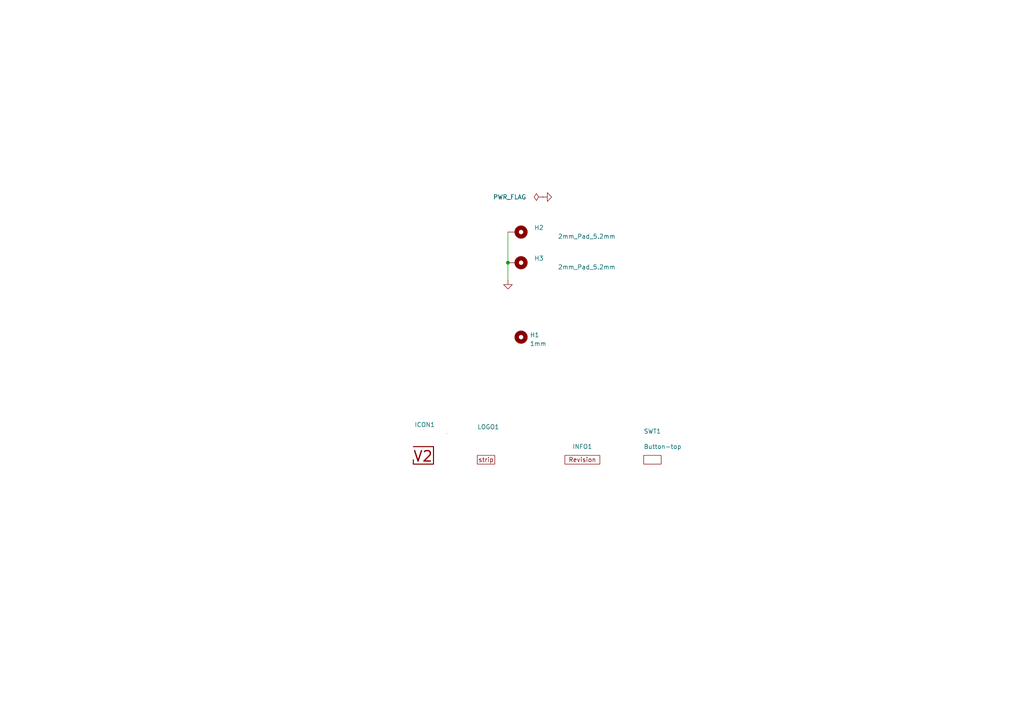
<source format=kicad_sch>
(kicad_sch (version 20250114) (generator "eeschema") (generator_version "9.0")
  (paper "A4")
  (title_block (title "V2 strip") (date "2026-02-13") (rev "2026-02-13") (company "Versio Duo") (comment 1 "cover"))
  (lib_symbols
    (symbol "V2_Artwork:Board_strip" (in_bom no)
      (property "Reference" "ICON" (at 0 2.54 0))
      (symbol "Board_strip_0_0"
        (rectangle (start -11.43 7.62) (end -11.43 7.62))
        (rectangle (start 2.54 -1.27) (end -2.54 1.27))
        (text "strip" (at 0 0 0) (effects (font (size 1.27 1.27))))
      )
    )
    (symbol "V2_Artwork:V2-logo" (in_bom no)
      (property "Reference" "ICON" (at -3.302 3.81 0))
      (symbol "V2-logo_1_0"
        (polyline (pts (xy -3.302 2.54) (xy 2.54 2.54) (xy 2.54 -2.54) (xy -3.302 -2.54) (xy -3.302 -1.27)) (stroke (width 0.3)))
      )
      (symbol "V2-logo_1_1"
        (text "V2" (at -0.508 -0.254 0) (effects (font (size 3 3) (thickness 0.375))))
      )
    )
    (symbol "V2_Mechanical:MountingHole_1mm" (pin_names (offset 1.016)) (in_bom no)
      (property "Reference" "H" (at 0 5.08 0))
      (property "Value" "1mm" (at 0 3.175 0))
      (symbol "MountingHole_1mm_0_1"
        (circle (center 0 0) (radius 1.27) (stroke (width 1.27)))
      )
    )
    (symbol "V2_Mechanical:MountingHole_2mm_Pad_5.2mm" (pin_numbers (hide yes)) (pin_names (offset 1.016) (hide yes)) (in_bom no)
      (property "Reference" "H" (at 0 6.35 0))
      (property "Value" "2mm_Pad_5.2mm" (at 0 4.445 0))
      (symbol "MountingHole_2mm_Pad_5.2mm_0_1"
        (circle (center 0 1.27) (radius 1.27) (stroke (width 1.27)))
      )
      (symbol "MountingHole_2mm_Pad_5.2mm_1_1"
        (pin input line (at 0 -2.54 90) (length 2.54) (name "1") (number "1"))
      )
    )
    (symbol "V2_PCB_Devices:Button-top" (in_bom no)
      (property "Reference" "SWT1" (at 3.81 1.2701 0))
      (property "Value" "Button-top" (at 3.81 -1.2699 0))
      (symbol "Button-top_0_1"
        (rectangle (start -2.54 1.27) (end 2.54 -1.27))
      )
    )
    (symbol "V2_Production:Revision" (in_bom no)
      (property "Reference" "INFO" (at 0 2.54 0))
      (symbol "Revision_0_1"
        (rectangle (start -5.08 1.27) (end 5.08 -1.27))
      )
      (symbol "Revision_1_1"
        (text "Revision" (at 0 0 0) (effects (font (size 1.27 1.27))))
      )
    )
    (symbol "V2_power:GND" (power) (pin_numbers (hide yes)) (pin_names (offset 0) (hide yes))
      (symbol "GND_0_1"
        (polyline (pts (xy 0 0) (xy 0 -1.27) (xy 1.27 -1.27) (xy 0 -2.54) (xy -1.27 -1.27) (xy 0 -1.27)))
      )
      (symbol "GND_1_1"
        (pin power_in line (at 0 0 270) (length 0) (name "~") (number "1"))
      )
    )
    (symbol "V2_power:PWR_FLAG" (power) (pin_numbers (hide yes)) (pin_names (offset 0) (hide yes))
      (property "Value" "PWR_FLAG" (at -8.89 0 0))
      (symbol "PWR_FLAG_0_0"
        (pin power_out line (at 0 0 180) (length 0) (name "~") (number "1"))
      )
      (symbol "PWR_FLAG_0_1"
        (polyline (pts (xy 0 0) (xy -1.27 0) (xy -1.905 -1.016) (xy -2.54 0) (xy -1.905 1.016) (xy -1.27 0)))
      )
    )
  )
  (junction (at 147.32 76.2))
  (wire (pts (xy 147.32 76.2) (xy 147.32 81.28)))
  (wire (pts (xy 147.32 67.31) (xy 147.32 76.2)))
  (symbol (lib_id "V2_Artwork:Board_strip") (at 140.97 133.35 0) (unit 1) (exclude_from_sim yes) (in_bom no)
    (property "Reference" "LOGO1" (at 138.43 123.8249 0) (effects (justify left)))
    (property "Value" "Board_strip" (effects (hide yes)))
    (property "Footprint" "V2_Artwork:Board_strip_Small" (effects (hide yes)))
  )
  (symbol (lib_id "V2_power:GND") (at 147.32 81.28 0) (unit 1)
    (property "Reference" "#PWR0101" (effects (hide yes)))
    (property "Value" "GND" (effects (hide yes)))
  )
  (symbol (lib_id "V2_Production:Revision") (at 168.91 133.35 0) (unit 1) (in_bom no)
    (property "Reference" "INFO1" (at 168.91 129.54 0))
    (property "Footprint" "V2_Production:Revision" (effects (hide yes)))
  )
  (symbol (lib_id "V2_PCB_Devices:Button-top") (at 189.23 133.35 0) (unit 1) (exclude_from_sim yes) (in_bom no)
    (property "Reference" "SWT1" (at 186.69 125.0949 0) (effects (justify left)))
    (property "Value" "Button-top" (at 186.69 129.5399 0) (effects (justify left)))
    (property "Footprint" "V2_PCB_Devices:PCB_Button-top" (effects (hide yes)))
  )
  (symbol (lib_id "V2_Mechanical:MountingHole_2mm_Pad_5.2mm") (at 149.86 67.31 270) (unit 1) (in_bom no)
    (property "Reference" "H2" (at 154.94 66.04 90) (effects (justify left)))
    (property "Value" "2mm_Pad_5.2mm" (at 170.18 68.58 90))
    (property "Footprint" "V2_Mechanical:MountingHole_2mm_Pad_5.2mm" (effects (hide yes)))
    (property "Description" "Mounting Hole with connection" (effects (hide yes)))
  )
  (symbol (lib_id "V2_power:GND") (at 157.48 57.15 90) (unit 1)
    (property "Reference" "#PWR0102" (effects (hide yes)))
    (property "Value" "GND" (effects (hide yes)))
  )
  (symbol (lib_id "V2_power:PWR_FLAG") (at 157.48 57.15 0) (unit 1)
    (property "Reference" "#FLG0101" (effects (hide yes)))
    (property "Value" "PWR_FLAG" (at 147.828 57.15 0))
    (property "Description" "Special symbol for telling ERC where power comes from" (effects (hide yes)))
  )
  (symbol (lib_id "V2_Mechanical:MountingHole_1mm") (at 151.13 97.79 0) (unit 1) (in_bom no)
    (property "Reference" "H1" (at 153.67 97.155 0) (effects (justify left)))
    (property "Value" "1mm" (at 153.67 99.695 0) (effects (justify left)))
    (property "Footprint" "V2_Mechanical:MountingHole_1mm" (effects (hide yes)))
    (property "Description" "Mounting Hole without connection" (effects (hide yes)))
  )
  (symbol (lib_id "V2_Artwork:V2-logo") (at 123.19 132.08 0) (unit 1) (in_bom no)
    (property "Reference" "ICON1" (at 123.19 123.19 0))
    (property "Value" "V2-logo" (effects (hide yes)))
    (property "Footprint" "V2_Artwork:Logo_Small" (effects (hide yes)))
  )
  (symbol (lib_id "V2_Mechanical:MountingHole_2mm_Pad_5.2mm") (at 149.86 76.2 270) (unit 1) (in_bom no)
    (property "Reference" "H3" (at 154.94 74.93 90) (effects (justify left)))
    (property "Value" "2mm_Pad_5.2mm" (at 170.18 77.47 90))
    (property "Footprint" "V2_Mechanical:MountingHole_2mm_Pad_5.2mm" (effects (hide yes)))
    (property "Description" "Mounting Hole with connection" (effects (hide yes)))
  )
)
</source>
